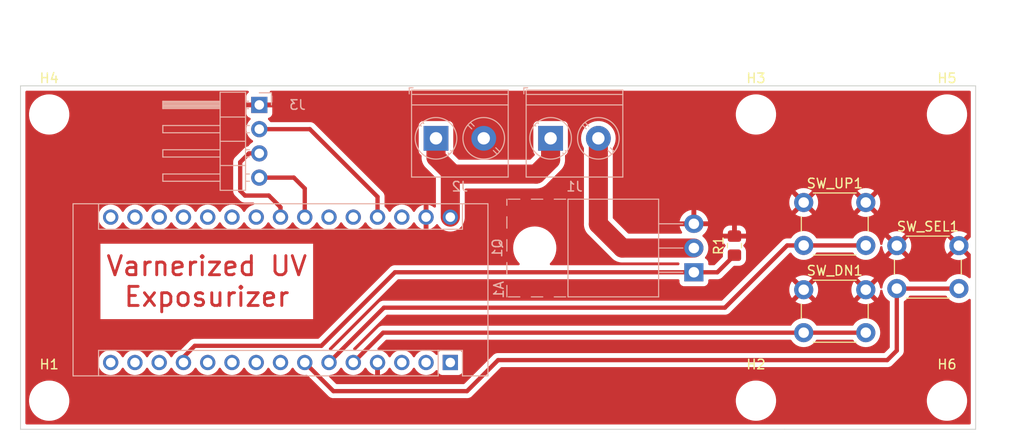
<source format=kicad_pcb>
(kicad_pcb (version 20211014) (generator pcbnew)
  (layers (0 "F.Cu" signal) (31 "B.Cu" signal) (34 "B.Paste" user) (35 "F.Paste" user) (36 "B.SilkS" user "B.Silkscreen") (37 "F.SilkS" user "F.Silkscreen") (38 "B.Mask" user) (39 "F.Mask" user) (44 "Edge.Cuts" user))
  (net 0 "")
  (net 4 "GND")
  (net 5 "Net-(A1-Pad5)")
  (net 6 "Net-(A1-Pad6)")
  (net 7 "Net-(A1-Pad7)")
  (net 12 "Net-(A1-Pad12)")
  (net 23 "Net-(A1-Pad23)")
  (net 24 "Net-(A1-Pad24)")
  (net 27 "Net-(A1-Pad27)")
  (net 29 "Net-(A1-Pad30)")
  (net 30 "Net-(J1-Pad2)")
  (footprint "MountingHole:MountingHole_3.2mm_M3_DIN965" (layer "F.Cu") (at 123 63)
    (fp_text reference "H1" (at 0 -3.8) (layer "F.SilkS"))
    (fp_text value "MountingHole")
    (pad "" np_thru_hole circle (at 0 0) (size 3.2 3.2) (drill 3.2) (layers *.Cu *.Mask))
  )
  (footprint "Resistor_SMD:R_0805_2012Metric_Pad1.20x1.40mm_HandSolder" (layer "F.Cu") (at 194.75 46.75 90)
    (fp_text reference "R1" (at 0 -1.65 90) (layer "F.SilkS"))
    (fp_text value "10k")
    (fp_line (start -0.227064 0.735) (end 0.227064 0.735) (layer "F.SilkS") (width 0.12))
    (fp_line (start -0.227064 -0.735) (end 0.227064 -0.735) (layer "F.SilkS") (width 0.12))
    (pad "1" smd roundrect (at -1 0 90) (size 1.2 1.4) (layers "F.Cu" "F.Paste" "F.Mask") (roundrect_rratio 0.208333) (net 12 "Net-(A1-Pad12)"))
    (pad "2" smd roundrect (at 1 0 90) (size 1.2 1.4) (layers "F.Cu" "F.Paste" "F.Mask") (roundrect_rratio 0.208333) (net 4 "GND"))
  )
  (footprint "MountingHole:MountingHole_3.2mm_M3_DIN965" (layer "F.Cu") (at 217 63)
    (fp_text reference "H6" (at 0 -3.8) (layer "F.SilkS"))
    (fp_text value "MountingHole")
    (pad "" np_thru_hole circle (at 0 0) (size 3.2 3.2) (drill 3.2) (layers *.Cu *.Mask))
  )
  (footprint "MountingHole:MountingHole_3.2mm_M3_DIN965" (layer "F.Cu") (at 197 63)
    (fp_text reference "H2" (at 0 -3.8) (layer "F.SilkS"))
    (fp_text value "MountingHole")
    (pad "" np_thru_hole circle (at 0 0) (size 3.2 3.2) (drill 3.2) (layers *.Cu *.Mask))
  )
  (footprint "MountingHole:MountingHole_3.2mm_M3_DIN965" (layer "F.Cu") (at 123 33)
    (fp_text reference "H4" (at 0 -3.8) (layer "F.SilkS"))
    (fp_text value "MountingHole")
    (pad "" np_thru_hole circle (at 0 0) (size 3.2 3.2) (drill 3.2) (layers *.Cu *.Mask))
  )
  (footprint "MountingHole:MountingHole_3.2mm_M3_DIN965" (layer "F.Cu") (at 197 33)
    (fp_text reference "H3" (at 0 -3.8) (layer "F.SilkS"))
    (fp_text value "MountingHole")
    (pad "" np_thru_hole circle (at 0 0) (size 3.2 3.2) (drill 3.2) (layers *.Cu *.Mask))
  )
  (footprint "Button_Switch_THT:SW_PUSH_6mm" (layer "F.Cu") (at 202 51.372)
    (fp_text reference "SW_DN1" (at 3.25 -2) (layer "F.SilkS"))
    (fp_text value "SW_Push")
    (fp_line (start 1 5.5) (end 5.5 5.5) (layer "F.SilkS") (width 0.12))
    (fp_line (start -0.25 1.5) (end -0.25 3) (layer "F.SilkS") (width 0.12))
    (fp_line (start 5.5 -1) (end 1 -1) (layer "F.SilkS") (width 0.12))
    (fp_line (start 6.75 3) (end 6.75 1.5) (layer "F.SilkS") (width 0.12))
    (pad "1" thru_hole circle (at 6.5 0 90) (size 2 2) (drill 1.1) (layers *.Cu *.Mask) (net 4 "GND"))
    (pad "1" thru_hole circle (at 0 0 90) (size 2 2) (drill 1.1) (layers *.Cu *.Mask) (net 4 "GND"))
    (pad "2" thru_hole circle (at 0 4.5 90) (size 2 2) (drill 1.1) (layers *.Cu *.Mask) (net 5 "Net-(A1-Pad5)"))
    (pad "2" thru_hole circle (at 6.5 4.5 90) (size 2 2) (drill 1.1) (layers *.Cu *.Mask) (net 5 "Net-(A1-Pad5)"))
  )
  (footprint "Button_Switch_THT:SW_PUSH_6mm" (layer "F.Cu") (at 211.75 46.75)
    (fp_text reference "SW_SEL1" (at 3.25 -2) (layer "F.SilkS"))
    (fp_text value "SW_Push")
    (fp_line (start 5.5 -1) (end 1 -1) (layer "F.SilkS") (width 0.12))
    (fp_line (start 1 5.5) (end 5.5 5.5) (layer "F.SilkS") (width 0.12))
    (fp_line (start 6.75 3) (end 6.75 1.5) (layer "F.SilkS") (width 0.12))
    (fp_line (start -0.25 1.5) (end -0.25 3) (layer "F.SilkS") (width 0.12))
    (pad "1" thru_hole circle (at 6.5 0 90) (size 2 2) (drill 1.1) (layers *.Cu *.Mask) (net 4 "GND"))
    (pad "1" thru_hole circle (at 0 0 90) (size 2 2) (drill 1.1) (layers *.Cu *.Mask) (net 4 "GND"))
    (pad "2" thru_hole circle (at 0 4.5 90) (size 2 2) (drill 1.1) (layers *.Cu *.Mask) (net 7 "Net-(A1-Pad7)"))
    (pad "2" thru_hole circle (at 6.5 4.5 90) (size 2 2) (drill 1.1) (layers *.Cu *.Mask) (net 7 "Net-(A1-Pad7)"))
  )
  (footprint "MountingHole:MountingHole_3.2mm_M3_DIN965" (layer "F.Cu") (at 217 33)
    (fp_text reference "H5" (at 0 -3.8) (layer "F.SilkS"))
    (fp_text value "MountingHole")
    (pad "" np_thru_hole circle (at 0 0) (size 3.2 3.2) (drill 3.2) (layers *.Cu *.Mask))
  )
  (footprint "Button_Switch_THT:SW_PUSH_6mm" (layer "F.Cu") (at 202 42.228)
    (fp_text reference "SW_UP1" (at 3.25 -2) (layer "F.SilkS"))
    (fp_text value "SW_Push")
    (fp_line (start 1 5.5) (end 5.5 5.5) (layer "F.SilkS") (width 0.12))
    (fp_line (start 6.75 3) (end 6.75 1.5) (layer "F.SilkS") (width 0.12))
    (fp_line (start 5.5 -1) (end 1 -1) (layer "F.SilkS") (width 0.12))
    (fp_line (start -0.25 1.5) (end -0.25 3) (layer "F.SilkS") (width 0.12))
    (pad "1" thru_hole circle (at 6.5 0 90) (size 2 2) (drill 1.1) (layers *.Cu *.Mask) (net 4 "GND"))
    (pad "1" thru_hole circle (at 0 0 90) (size 2 2) (drill 1.1) (layers *.Cu *.Mask) (net 4 "GND"))
    (pad "2" thru_hole circle (at 6.5 4.5 90) (size 2 2) (drill 1.1) (layers *.Cu *.Mask) (net 6 "Net-(A1-Pad6)"))
    (pad "2" thru_hole circle (at 0 4.5 90) (size 2 2) (drill 1.1) (layers *.Cu *.Mask) (net 6 "Net-(A1-Pad6)"))
  )
  (footprint "TerminalBlock_Phoenix:TerminalBlock_Phoenix_PT-1,5-2-5.0-H_1x02_P5.00mm_Horizontal" (layer "B.Cu") (at 175.5 35.5)
    (fp_text reference "J1" (at 2.5 5.06) (layer "B.SilkS") (effects (justify mirror)))
    (fp_text value "Screw_Terminal_01x02")
    (fp_line (start -2.56 -5.06) (end 7.56 -5.06) (layer "B.SilkS") (width 0.12))
    (fp_line (start 6.654 1.388) (end 6.259 0.992) (layer "B.SilkS") (width 0.12))
    (fp_line (start -1.282 -1.547) (end -1.388 -1.654) (layer "B.SilkS") (width 0.12))
    (fp_line (start 7.56 4.06) (end 7.56 -5.06) (layer "B.SilkS") (width 0.12))
    (fp_line (start -2.8 -5.3) (end -2.4 -5.3) (layer "B.SilkS") (width 0.12))
    (fp_line (start -2.56 -3.5) (end 7.56 -3.5) (layer "B.SilkS") (width 0.12))
    (fp_line (start 3.993 -1.274) (end 3.613 -1.654) (layer "B.SilkS") (width 0.12))
    (fp_line (start -1.548 -1.281) (end -1.654 -1.388) (layer "B.SilkS") (width 0.12))
    (fp_line (start -2.56 4.06) (end 7.56 4.06) (layer "B.SilkS") (width 0.12))
    (fp_line (start 3.742 -0.992) (end 3.347 -1.388) (layer "B.SilkS") (width 0.12))
    (fp_line (start 1.654 1.388) (end 1.547 1.281) (layer "B.SilkS") (width 0.12))
    (fp_line (start 6.388 1.654) (end 6.008 1.274) (layer "B.SilkS") (width 0.12))
    (fp_line (start -2.8 -4.66) (end -2.8 -5.3) (layer "B.SilkS") (width 0.12))
    (fp_line (start -2.56 4.06) (end -2.56 -5.06) (layer "B.SilkS") (width 0.12))
    (fp_line (start -2.56 -4.6) (end 7.56 -4.6) (layer "B.SilkS") (width 0.12))
    (fp_line (start 1.388 1.654) (end 1.281 1.547) (layer "B.SilkS") (width 0.12))
    (fp_circle (center 0 0) (end 2.18 0) (layer "B.SilkS") (width 0.12) (fill none))
    (fp_circle (center 5 0) (end 7.18 0) (layer "B.SilkS") (width 0.12) (fill none))
    (pad "1" thru_hole rect locked (at 0 0) (size 2.6 2.6) (drill 1.3) (layers *.Cu *.Mask) (net 29 "Net-(A1-Pad30)"))
    (pad "2" thru_hole circle locked (at 5 0) (size 2.6 2.6) (drill 1.3) (layers *.Cu *.Mask) (net 30 "Net-(J1-Pad2)"))
  )
  (footprint "Connector_PinHeader_2.54mm:PinHeader_1x04_P2.54mm_Horizontal" (layer "B.Cu") (at 145 32 180)
    (fp_text reference "J3" (at -4 0) (layer "B.SilkS") (effects (justify mirror)))
    (fp_text value "Conn_01x04_Male")
    (fp_line (start 10.1 -4.7) (end 10.1 -5.46) (layer "B.SilkS") (width 0.12))
    (fp_line (start 10.1 -2.16) (end 10.1 -2.92) (layer "B.SilkS") (width 0.12))
    (fp_line (start 4.1 -0.28) (end 10.1 -0.28) (layer "B.SilkS") (width 0.12))
    (fp_line (start 1.44 -1.27) (end 4.1 -1.27) (layer "B.SilkS") (width 0.12))
    (fp_line (start 1.11 -0.38) (end 1.44 -0.38) (layer "B.SilkS") (width 0.12))
    (fp_line (start 1.44 -3.81) (end 4.1 -3.81) (layer "B.SilkS") (width 0.12))
    (fp_line (start 1.042929 -8) (end 1.44 -8) (layer "B.SilkS") (width 0.12))
    (fp_line (start 4.1 0.32) (end 10.1 0.32) (layer "B.SilkS") (width 0.12))
    (fp_line (start 4.1 -4.7) (end 10.1 -4.7) (layer "B.SilkS") (width 0.12))
    (fp_line (start 10.1 -5.46) (end 4.1 -5.46) (layer "B.SilkS") (width 0.12))
    (fp_line (start 1.44 -6.35) (end 4.1 -6.35) (layer "B.SilkS") (width 0.12))
    (fp_line (start 4.1 -0.16) (end 10.1 -0.16) (layer "B.SilkS") (width 0.12))
    (fp_line (start 4.1 0.38) (end 10.1 0.38) (layer "B.SilkS") (width 0.12))
    (fp_line (start 4.1 0.2) (end 10.1 0.2) (layer "B.SilkS") (width 0.12))
    (fp_line (start 1.44 -8.95) (end 4.1 -8.95) (layer "B.SilkS") (width 0.12))
    (fp_line (start 1.042929 -4.7) (end 1.44 -4.7) (layer "B.SilkS") (width 0.12))
    (fp_line (start 1.042929 -2.92) (end 1.44 -2.92) (layer "B.SilkS") (width 0.12))
    (fp_line (start -1.27 0) (end -1.27 1.27) (layer "B.SilkS") (width 0.12))
    (fp_line (start 4.1 0.08) (end 10.1 0.08) (layer "B.SilkS") (width 0.12))
    (fp_line (start 1.11 0.38) (end 1.44 0.38) (layer "B.SilkS") (width 0.12))
    (fp_line (start 10.1 -7.24) (end 10.1 -8) (layer "B.SilkS") (width 0.12))
    (fp_line (start -1.27 1.27) (end 0 1.27) (layer "B.SilkS") (width 0.12))
    (fp_line (start 1.042929 -7.24) (end 1.44 -7.24) (layer "B.SilkS") (width 0.12))
    (fp_line (start 10.1 -8) (end 4.1 -8) (layer "B.SilkS") (width 0.12))
    (fp_line (start 10.1 0.38) (end 10.1 -0.38) (layer "B.SilkS") (width 0.12))
    (fp_line (start 4.1 -8.95) (end 4.1 1.33) (layer "B.SilkS") (width 0.12))
    (fp_line (start 4.1 -0.04) (end 10.1 -0.04) (layer "B.SilkS") (width 0.12))
    (fp_line (start 10.1 -2.92) (end 4.1 -2.92) (layer "B.SilkS") (width 0.12))
    (fp_line (start 4.1 1.33) (end 1.44 1.33) (layer "B.SilkS") (width 0.12))
    (fp_line (start 4.1 -2.16) (end 10.1 -2.16) (layer "B.SilkS") (width 0.12))
    (fp_line (start 10.1 -0.38) (end 4.1 -0.38) (layer "B.SilkS") (width 0.12))
    (fp_line (start 1.042929 -2.16) (end 1.44 -2.16) (layer "B.SilkS") (width 0.12))
    (fp_line (start 1.042929 -5.46) (end 1.44 -5.46) (layer "B.SilkS") (width 0.12))
    (fp_line (start 1.44 1.33) (end 1.44 -8.95) (layer "B.SilkS") (width 0.12))
    (fp_line (start 4.1 -7.24) (end 10.1 -7.24) (layer "B.SilkS") (width 0.12))
    (pad "1" thru_hole rect (at 0 0 180) (size 1.7 1.7) (drill 1) (layers *.Cu *.Mask) (net 4 "GND"))
    (pad "2" thru_hole oval (at 0 -2.54 180) (size 1.7 1.7) (drill 1) (layers *.Cu *.Mask) (net 27 "Net-(A1-Pad27)"))
    (pad "3" thru_hole oval (at 0 -5.08 180) (size 1.7 1.7) (drill 1) (layers *.Cu *.Mask) (net 23 "Net-(A1-Pad23)"))
    (pad "4" thru_hole oval (at 0 -7.62 180) (size 1.7 1.7) (drill 1) (layers *.Cu *.Mask) (net 24 "Net-(A1-Pad24)"))
  )
  (footprint "TerminalBlock_Phoenix:TerminalBlock_Phoenix_PT-1,5-2-5.0-H_1x02_P5.00mm_Horizontal" (layer "B.Cu") (at 163.5 35.5)
    (fp_text reference "J2" (at 2.5 5.06) (layer "B.SilkS") (effects (justify mirror)))
    (fp_text value "Screw_Terminal_01x02")
    (fp_line (start -2.56 -3.5) (end 7.56 -3.5) (layer "B.SilkS") (width 0.12))
    (fp_line (start -2.56 4.06) (end 7.56 4.06) (layer "B.SilkS") (width 0.12))
    (fp_line (start 3.993 -1.274) (end 3.613 -1.654) (layer "B.SilkS") (width 0.12))
    (fp_line (start 6.388 1.654) (end 6.008 1.274) (layer "B.SilkS") (width 0.12))
    (fp_line (start 1.654 1.388) (end 1.547 1.281) (layer "B.SilkS") (width 0.12))
    (fp_line (start 1.388 1.654) (end 1.281 1.547) (layer "B.SilkS") (width 0.12))
    (fp_line (start -2.8 -4.66) (end -2.8 -5.3) (layer "B.SilkS") (width 0.12))
    (fp_line (start 3.742 -0.992) (end 3.347 -1.388) (layer "B.SilkS") (width 0.12))
    (fp_line (start -1.548 -1.281) (end -1.654 -1.388) (layer "B.SilkS") (width 0.12))
    (fp_line (start -2.56 4.06) (end -2.56 -5.06) (layer "B.SilkS") (width 0.12))
    (fp_line (start 7.56 4.06) (end 7.56 -5.06) (layer "B.SilkS") (width 0.12))
    (fp_line (start -2.8 -5.3) (end -2.4 -5.3) (layer "B.SilkS") (width 0.12))
    (fp_line (start -2.56 -5.06) (end 7.56 -5.06) (layer "B.SilkS") (width 0.12))
    (fp_line (start 6.654 1.388) (end 6.259 0.992) (layer "B.SilkS") (width 0.12))
    (fp_line (start -2.56 -4.6) (end 7.56 -4.6) (layer "B.SilkS") (width 0.12))
    (fp_line (start -1.282 -1.547) (end -1.388 -1.654) (layer "B.SilkS") (width 0.12))
    (fp_circle (center 5 0) (end 7.18 0) (layer "B.SilkS") (width 0.12) (fill none))
    (fp_circle (center 0 0) (end 2.18 0) (layer "B.SilkS") (width 0.12) (fill none))
    (pad "1" thru_hole rect (at 0 0) (size 2.6 2.6) (drill 1.3) (layers *.Cu *.Mask) (net 29 "Net-(A1-Pad30)"))
    (pad "2" thru_hole circle (at 5 0) (size 2.6 2.6) (drill 1.3) (layers *.Cu *.Mask) (net 4 "GND"))
  )
  (footprint "Module:Arduino_Nano" (layer "B.Cu") (at 165 59 90)
    (fp_text reference "A1" (at 7.62 5.08 90) (layer "B.SilkS") (effects (justify mirror)))
    (fp_text value "Arduino_Nano_v3.x")
    (fp_line (start 1.27 1.27) (end -1.4 1.27) (layer "B.SilkS") (width 0.12))
    (fp_line (start 1.27 -1.27) (end -1.4 -1.27) (layer "B.SilkS") (width 0.12))
    (fp_line (start 1.27 -1.27) (end 1.27 1.27) (layer "B.SilkS") (width 0.12))
    (fp_line (start 13.97 -36.83) (end 16.64 -36.83) (layer "B.SilkS") (width 0.12))
    (fp_line (start -1.4 -39.5) (end 16.64 -39.5) (layer "B.SilkS") (width 0.12))
    (fp_line (start -1.4 -1.27) (end -1.4 -39.5) (layer "B.SilkS") (width 0.12))
    (fp_line (start 13.97 1.27) (end 16.64 1.27) (layer "B.SilkS") (width 0.12))
    (fp_line (start 16.64 3.94) (end -1.4 3.94) (layer "B.SilkS") (width 0.12))
    (fp_line (start 13.97 1.27) (end 13.97 -36.83) (layer "B.SilkS") (width 0.12))
    (fp_line (start 1.27 -1.27) (end 1.27 -36.83) (layer "B.SilkS") (width 0.12))
    (fp_line (start 16.64 -39.5) (end 16.64 3.94) (layer "B.SilkS") (width 0.12))
    (fp_line (start -1.4 3.94) (end -1.4 1.27) (layer "B.SilkS") (width 0.12))
    (fp_line (start 1.27 -36.83) (end -1.4 -36.83) (layer "B.SilkS") (width 0.12))
    (pad "1" thru_hole rect (at 0 0 90) (size 1.6 1.6) (drill 1) (layers *.Cu *.Mask))
    (pad "2" thru_hole oval (at 0 -2.54 90) (size 1.6 1.6) (drill 1) (layers *.Cu *.Mask))
    (pad "3" thru_hole oval (at 0 -5.08 90) (size 1.6 1.6) (drill 1) (layers *.Cu *.Mask))
    (pad "4" thru_hole oval (at 0 -7.62 90) (size 1.6 1.6) (drill 1) (layers *.Cu *.Mask) (net 4 "GND"))
    (pad "5" thru_hole oval (at 0 -10.16 90) (size 1.6 1.6) (drill 1) (layers *.Cu *.Mask) (net 5 "Net-(A1-Pad5)"))
    (pad "6" thru_hole oval (at 0 -12.7 90) (size 1.6 1.6) (drill 1) (layers *.Cu *.Mask) (net 6 "Net-(A1-Pad6)"))
    (pad "7" thru_hole oval (at 0 -15.24 90) (size 1.6 1.6) (drill 1) (layers *.Cu *.Mask) (net 7 "Net-(A1-Pad7)"))
    (pad "8" thru_hole oval (at 0 -17.78 90) (size 1.6 1.6) (drill 1) (layers *.Cu *.Mask))
    (pad "9" thru_hole oval (at 0 -20.32 90) (size 1.6 1.6) (drill 1) (layers *.Cu *.Mask))
    (pad "10" thru_hole oval (at 0 -22.86 90) (size 1.6 1.6) (drill 1) (layers *.Cu *.Mask))
    (pad "11" thru_hole oval (at 0 -25.4 90) (size 1.6 1.6) (drill 1) (layers *.Cu *.Mask))
    (pad "12" thru_hole oval (at 0 -27.94 90) (size 1.6 1.6) (drill 1) (layers *.Cu *.Mask) (net 12 "Net-(A1-Pad12)"))
    (pad "13" thru_hole oval (at 0 -30.48 90) (size 1.6 1.6) (drill 1) (layers *.Cu *.Mask))
    (pad "14" thru_hole oval (at 0 -33.02 90) (size 1.6 1.6) (drill 1) (layers *.Cu *.Mask))
    (pad "15" thru_hole oval (at 0 -35.56 90) (size 1.6 1.6) (drill 1) (layers *.Cu *.Mask))
    (pad "16" thru_hole oval (at 15.24 -35.56 90) (size 1.6 1.6) (drill 1) (layers *.Cu *.Mask))
    (pad "17" thru_hole oval (at 15.24 -33.02 90) (size 1.6 1.6) (drill 1) (layers *.Cu *.Mask))
    (pad "18" thru_hole oval (at 15.24 -30.48 90) (size 1.6 1.6) (drill 1) (layers *.Cu *.Mask))
    (pad "19" thru_hole oval (at 15.24 -27.94 90) (size 1.6 1.6) (drill 1) (layers *.Cu *.Mask))
    (pad "20" thru_hole oval (at 15.24 -25.4 90) (size 1.6 1.6) (drill 1) (layers *.Cu *.Mask))
    (pad "21" thru_hole oval (at 15.24 -22.86 90) (size 1.6 1.6) (drill 1) (layers *.Cu *.Mask))
    (pad "22" thru_hole oval (at 15.24 -20.32 90) (size 1.6 1.6) (drill 1) (layers *.Cu *.Mask))
    (pad "23" thru_hole oval (at 15.24 -17.78 90) (size 1.6 1.6) (drill 1) (layers *.Cu *.Mask) (net 23 "Net-(A1-Pad23)"))
    (pad "24" thru_hole oval (at 15.24 -15.24 90) (size 1.6 1.6) (drill 1) (layers *.Cu *.Mask) (net 24 "Net-(A1-Pad24)"))
    (pad "25" thru_hole oval (at 15.24 -12.7 90) (size 1.6 1.6) (drill 1) (layers *.Cu *.Mask))
    (pad "26" thru_hole oval (at 15.24 -10.16 90) (size 1.6 1.6) (drill 1) (layers *.Cu *.Mask))
    (pad "27" thru_hole oval (at 15.24 -7.62 90) (size 1.6 1.6) (drill 1) (layers *.Cu *.Mask) (net 27 "Net-(A1-Pad27)"))
    (pad "28" thru_hole oval (at 15.24 -5.08 90) (size 1.6 1.6) (drill 1) (layers *.Cu *.Mask))
    (pad "29" thru_hole oval (at 15.24 -2.54 90) (size 1.6 1.6) (drill 1) (layers *.Cu *.Mask) (net 4 "GND"))
    (pad "30" thru_hole oval (at 15.24 0 90) (size 1.6 1.6) (drill 1) (layers *.Cu *.Mask) (net 29 "Net-(A1-Pad30)"))
  )
  (footprint "Package_TO_SOT_THT:TO-220-3_Horizontal_TabUp" (layer "B.Cu") (at 190.5 49.54 90)
    (fp_text reference "Q1" (at 2.54 -20.58 270) (layer "B.SilkS") (effects (justify mirror)))
    (fp_text value "Q_NMOS_GDS")
    (fp_line (start -2.58 -13.42) (end -2.58 -14.62) (layer "B.SilkS") (width 0.12))
    (fp_line (start 0 -1.15) (end 0 -3.69) (layer "B.SilkS") (width 0.12))
    (fp_line (start -2.58 -15.82) (end -2.58 -17.02) (layer "B.SilkS") (width 0.12))
    (fp_line (start 7.66 -3.69) (end 7.66 -13.18) (layer "B.SilkS") (width 0.12))
    (fp_line (start 4.62 -19.58) (end 5.82 -19.58) (layer "B.SilkS") (width 0.12))
    (fp_line (start 7.66 -13.42) (end 7.66 -14.62) (layer "B.SilkS") (width 0.12))
    (fp_line (start 7.66 -18.22) (end 7.66 -19.42) (layer "B.SilkS") (width 0.12))
    (fp_line (start 2.54 -1.15) (end 2.54 -3.69) (layer "B.SilkS") (width 0.12))
    (fp_line (start 7.02 -19.58) (end 7.66 -19.58) (layer "B.SilkS") (width 0.12))
    (fp_line (start -2.58 -19.58) (end -1.38 -19.58) (layer "B.SilkS") (width 0.12))
    (fp_line (start -2.58 -3.69) (end 7.66 -3.69) (layer "B.SilkS") (width 0.12))
    (fp_line (start 5.08 -1.15) (end 5.08 -3.69) (layer "B.SilkS") (width 0.12))
    (fp_line (start -2.58 -3.69) (end -2.58 -13.18) (layer "B.SilkS") (width 0.12))
    (fp_line (start -0.181 -19.58) (end 1.02 -19.58) (layer "B.SilkS") (width 0.12))
    (fp_line (start 7.66 -15.82) (end 7.66 -17.02) (layer "B.SilkS") (width 0.12))
    (fp_line (start 2.22 -19.58) (end 3.42 -19.58) (layer "B.SilkS") (width 0.12))
    (fp_line (start -2.58 -18.22) (end -2.58 -19.42) (layer "B.SilkS") (width 0.12))
    (fp_line (start -2.58 -13.18) (end 7.66 -13.18) (layer "B.SilkS") (width 0.12))
    (pad "" np_thru_hole oval (at 2.54 -16.66 90) (size 3.5 3.5) (drill 3.5) (layers *.Cu *.Mask))
    (pad "1" thru_hole rect (at 0 0 90) (size 1.905 2) (drill 1.1) (layers *.Cu *.Mask) (net 12 "Net-(A1-Pad12)"))
    (pad "2" thru_hole oval (at 2.54 0 90) (size 1.905 2) (drill 1.1) (layers *.Cu *.Mask) (net 30 "Net-(J1-Pad2)"))
    (pad "3" thru_hole oval (at 5.08 0 90) (size 1.905 2) (drill 1.1) (layers *.Cu *.Mask) (net 4 "GND"))
  )
  (gr_line locked (start 120 66) (end 120 30) (layer "Edge.Cuts") (width 0.1))
  (gr_line (start 220 66) (end 200 66) (layer "Edge.Cuts") (width 0.1))
  (gr_line (start 220 30) (end 220 66) (layer "Edge.Cuts") (width 0.1))
  (gr_line (start 200 66) (end 120 66) (layer "Edge.Cuts") (width 0.1))
  (gr_line (start 220 30) (end 120 30) (layer "Edge.Cuts") (width 0.1))
  (gr_text "Varnerized UV\nExposurizer" (at 139.5 50.5) (layer "F.Cu") (effects (font (size 2 2) (thickness 0.3))))
  (segment (start 202.142 55.872) (end 157.968 55.872) (width 0.45) (layer "F.Cu") (net 5))
  (segment (start 208.642 55.872) (end 202.142 55.872) (width 0.45) (layer "F.Cu") (net 5))
  (segment (start 157.968 55.872) (end 154.84 59) (width 0.45) (layer "F.Cu") (net 5))
  (segment (start 208.582 46.728) (end 201.272 46.728) (width 0.45) (layer "F.Cu") (net 6))
  (segment (start 200.272 46.728) (end 193.75 53.25) (width 0.45) (layer "F.Cu") (net 6))
  (segment (start 202.082 46.728) (end 200.272 46.728) (width 0.45) (layer "F.Cu") (net 6))
  (segment (start 158.05 53.25) (end 152.3 59) (width 0.45) (layer "F.Cu") (net 6))
  (segment (start 193.75 53.25) (end 158.05 53.25) (width 0.45) (layer "F.Cu") (net 6))
  (segment (start 170.002 58.748) (end 210.748 58.748) (width 0.45) (layer "F.Cu") (net 7))
  (segment (start 149.76 59) (end 152.76 62) (width 0.45) (layer "F.Cu") (net 7))
  (segment (start 152.76 62) (end 166.75 62) (width 0.45) (layer "F.Cu") (net 7))
  (segment (start 211.746 57.75) (end 211.746 51.25) (width 0.45) (layer "F.Cu") (net 7))
  (segment (start 166.75 62) (end 170.002 58.748) (width 0.45) (layer "F.Cu") (net 7))
  (segment (start 211.746 51.25) (end 218.246 51.25) (width 0.45) (layer "F.Cu") (net 7))
  (segment (start 210.748 58.748) (end 211.746 57.75) (width 0.45) (layer "F.Cu") (net 7))
  (segment (start 194.75 47.75) (end 192.96 49.54) (width 0.45) (layer "F.Cu") (net 12))
  (segment (start 151.5 57.25) (end 138.25 57.25) (width 0.45) (layer "F.Cu") (net 12))
  (segment (start 159.21 49.54) (end 151.5 57.25) (width 0.45) (layer "F.Cu") (net 12))
  (segment (start 192.96 49.54) (end 190.5 49.54) (width 0.45) (layer "F.Cu") (net 12))
  (segment (start 138.25 57.25) (end 137.06 58.44) (width 0.45) (layer "F.Cu") (net 12))
  (segment (start 137.06 58.44) (end 137.06 59) (width 0.45) (layer "F.Cu") (net 12))
  (segment (start 190.5 49.54) (end 159.21 49.54) (width 0.45) (layer "F.Cu") (net 12))
  (segment (start 147.22 42.72) (end 146 41.5) (width 0.45) (layer "F.Cu") (net 23))
  (segment (start 143.5 41.5) (end 143 41) (width 0.45) (layer "F.Cu") (net 23))
  (segment (start 147.22 43.76) (end 147.22 42.72) (width 0.45) (layer "F.Cu") (net 23))
  (segment (start 143 38) (end 143.92 37.08) (width 0.45) (layer "F.Cu") (net 23))
  (segment (start 146 41.5) (end 143.5 41.5) (width 0.45) (layer "F.Cu") (net 23))
  (segment (start 143 41) (end 143 38) (width 0.45) (layer "F.Cu") (net 23))
  (segment (start 143.92 37.08) (end 145 37.08) (width 0.45) (layer "F.Cu") (net 23))
  (segment (start 149.76 40.76) (end 148.62 39.62) (width 0.45) (layer "F.Cu") (net 24))
  (segment (start 149.76 43.76) (end 149.76 40.76) (width 0.45) (layer "F.Cu") (net 24))
  (segment (start 148.62 39.62) (end 145 39.62) (width 0.45) (layer "F.Cu") (net 24))
  (segment (start 150.29 34.54) (end 157.38 41.63) (width 0.45) (layer "F.Cu") (net 27))
  (segment (start 145 34.54) (end 150.29 34.54) (width 0.45) (layer "F.Cu") (net 27))
  (segment (start 157.38 41.63) (end 157.38 43.76) (width 0.45) (layer "F.Cu") (net 27))
  (segment (start 163.5 37.5) (end 163.5 35.5) (width 2) (layer "F.Cu") (net 29))
  (segment (start 175.5 37.75) (end 174 39.25) (width 2) (layer "F.Cu") (net 29))
  (segment (start 165 39) (end 165 43.76) (width 2) (layer "F.Cu") (net 29))
  (segment (start 165.25 39.25) (end 163.5 37.5) (width 2) (layer "F.Cu") (net 29))
  (segment (start 174 39.25) (end 165.25 39.25) (width 2) (layer "F.Cu") (net 29))
  (segment (start 175.5 35.5) (end 175.5 37.75) (width 2) (layer "F.Cu") (net 29))
  (segment (start 180.5 44.5) (end 183 47) (width 2) (layer "F.Cu") (net 30))
  (segment (start 183 47) (end 190.5 47) (width 2) (layer "F.Cu") (net 30))
  (segment (start 180.5 35.5) (end 180.5 44.5) (width 2) (layer "F.Cu") (net 30))
  (zone (net 4) (net_name "GND") (layer "F.Cu") (connect_pads (clearance 0.508)) (min_thickness 0.254) (fill yes (thermal_gap 0.508) (thermal_bridge_width 0.508))
    (polygon (pts (xy 220 66) (xy 120 66) (xy 120 30) (xy 220 30)))
  )
)
</source>
